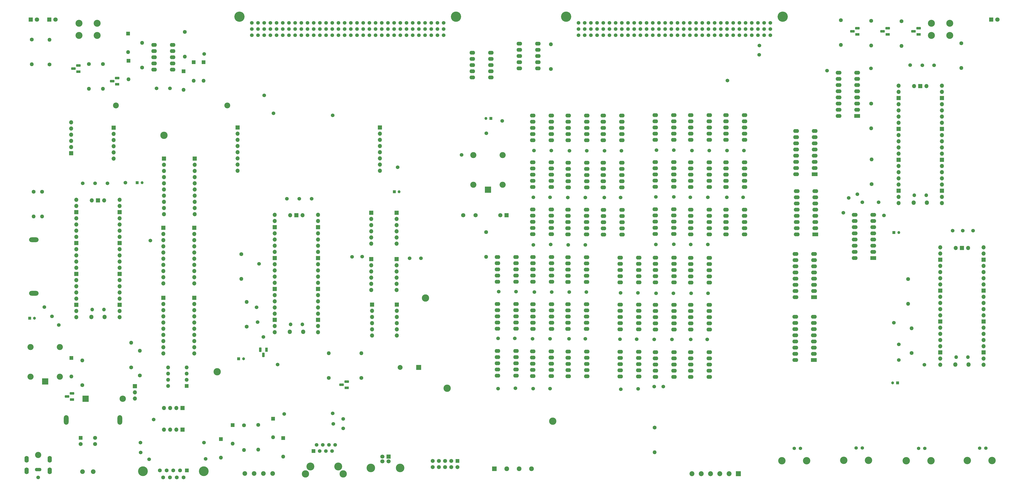
<source format=gbs>
%TF.GenerationSoftware,KiCad,Pcbnew,7.0.5*%
%TF.CreationDate,2024-10-26T20:20:05-04:00*%
%TF.ProjectId,Interconnect,496e7465-7263-46f6-9e6e-6563742e6b69,1.1*%
%TF.SameCoordinates,Original*%
%TF.FileFunction,Soldermask,Bot*%
%TF.FilePolarity,Negative*%
%FSLAX46Y46*%
G04 Gerber Fmt 4.6, Leading zero omitted, Abs format (unit mm)*
G04 Created by KiCad (PCBNEW 7.0.5) date 2024-10-26 20:20:05*
%MOMM*%
%LPD*%
G01*
G04 APERTURE LIST*
G04 Aperture macros list*
%AMRoundRect*
0 Rectangle with rounded corners*
0 $1 Rounding radius*
0 $2 $3 $4 $5 $6 $7 $8 $9 X,Y pos of 4 corners*
0 Add a 4 corners polygon primitive as box body*
4,1,4,$2,$3,$4,$5,$6,$7,$8,$9,$2,$3,0*
0 Add four circle primitives for the rounded corners*
1,1,$1+$1,$2,$3*
1,1,$1+$1,$4,$5*
1,1,$1+$1,$6,$7*
1,1,$1+$1,$8,$9*
0 Add four rect primitives between the rounded corners*
20,1,$1+$1,$2,$3,$4,$5,0*
20,1,$1+$1,$4,$5,$6,$7,0*
20,1,$1+$1,$6,$7,$8,$9,0*
20,1,$1+$1,$8,$9,$2,$3,0*%
G04 Aperture macros list end*
%ADD10R,1.650000X1.650000*%
%ADD11C,1.650000*%
%ADD12C,1.500000*%
%ADD13C,2.400000*%
%ADD14O,2.400000X2.400000*%
%ADD15R,2.400000X1.600000*%
%ADD16O,2.400000X1.600000*%
%ADD17C,1.600000*%
%ADD18O,1.600000X1.600000*%
%ADD19O,2.300000X1.600000*%
%ADD20R,1.700000X1.700000*%
%ADD21O,1.700000X1.700000*%
%ADD22R,1.800000X1.100000*%
%ADD23RoundRect,0.275000X0.625000X-0.275000X0.625000X0.275000X-0.625000X0.275000X-0.625000X-0.275000X0*%
%ADD24R,2.025000X2.025000*%
%ADD25C,2.025000*%
%ADD26R,1.600000X1.600000*%
%ADD27C,3.000000*%
%ADD28R,1.200000X1.200000*%
%ADD29C,1.200000*%
%ADD30C,4.200000*%
%ADD31C,3.250000*%
%ADD32R,1.500000X1.500000*%
%ADD33R,2.500000X2.500000*%
%ADD34O,2.500000X2.500000*%
%ADD35C,4.000000*%
%ADD36O,1.800000X1.800000*%
%ADD37O,1.500000X1.500000*%
%ADD38C,1.905000*%
%ADD39C,1.700000*%
%ADD40C,3.500000*%
%ADD41O,3.900000X1.950000*%
%ADD42C,1.398000*%
%ADD43C,3.015000*%
%ADD44R,1.800000X1.800000*%
%ADD45C,1.800000*%
%ADD46R,2.600000X2.600000*%
%ADD47O,2.600000X2.600000*%
%ADD48C,1.900000*%
%ADD49C,2.850000*%
%ADD50C,2.550000*%
%ADD51O,2.700002X1.400000*%
%ADD52O,1.750000X2.750000*%
%ADD53R,1.950000X1.950000*%
%ADD54C,1.950000*%
%ADD55R,1.725000X1.725000*%
%ADD56C,1.725000*%
%ADD57O,1.950000X3.900000*%
%ADD58R,2.000000X2.000000*%
%ADD59C,2.000000*%
%ADD60R,1.100000X1.800000*%
%ADD61RoundRect,0.275000X0.275000X0.625000X-0.275000X0.625000X-0.275000X-0.625000X0.275000X-0.625000X0*%
G04 APERTURE END LIST*
D10*
%TO.C,J26*%
X179240000Y8282500D03*
D11*
X179240000Y5742500D03*
X176700000Y8282500D03*
X176700000Y5742500D03*
X174160000Y8282500D03*
X174160000Y5742500D03*
X171620000Y8282500D03*
X171620000Y5742500D03*
X169080000Y8282500D03*
X169080000Y5742500D03*
%TD*%
D12*
%TO.C,TP41*%
X370929200Y47824000D03*
%TD*%
D13*
%TO.C,R29*%
X38990000Y154360000D03*
D14*
X84710000Y154360000D03*
%TD*%
D12*
%TO.C,TP28*%
X97153744Y65318121D03*
%TD*%
D15*
%TO.C,U14*%
X343279000Y150071865D03*
D16*
X343279000Y152611865D03*
X343279000Y155151865D03*
X343279000Y157691865D03*
X343279000Y160231865D03*
X343279000Y162771865D03*
X343279000Y165311865D03*
X343279000Y167851865D03*
X335659000Y167851865D03*
X335659000Y165311865D03*
X335659000Y162771865D03*
X335659000Y160231865D03*
X335659000Y157691865D03*
X335659000Y155151865D03*
X335659000Y152611865D03*
X335659000Y150071865D03*
%TD*%
D17*
%TO.C,R35*%
X361552000Y189045865D03*
D18*
X361552000Y178885865D03*
%TD*%
D19*
%TO.C,K25*%
X217788000Y120835105D03*
X217788000Y123375105D03*
X217788000Y125915105D03*
X217788000Y128455105D03*
X217788000Y130995105D03*
X210168000Y130995105D03*
X210168000Y128455105D03*
X210168000Y125915105D03*
X210168000Y123375105D03*
X210168000Y120835105D03*
%TD*%
%TO.C,K38*%
X268103300Y42830105D03*
X268103300Y45370105D03*
X268103300Y47910105D03*
X268103300Y50450105D03*
X268103300Y52990105D03*
X260483300Y52990105D03*
X260483300Y50450105D03*
X260483300Y47910105D03*
X260483300Y45370105D03*
X260483300Y42830105D03*
%TD*%
D20*
%TO.C,J31*%
X38083000Y145230865D03*
D21*
X38083000Y142690865D03*
X38083000Y140150865D03*
X38083000Y137610865D03*
X38083000Y135070865D03*
X38083000Y132530865D03*
%TD*%
D20*
%TO.C,J32*%
X89010000Y145360000D03*
D21*
X89010000Y142820000D03*
X89010000Y140280000D03*
X89010000Y137740000D03*
X89010000Y135200000D03*
X89010000Y132660000D03*
X89010000Y130120000D03*
X89010000Y127580000D03*
%TD*%
D19*
%TO.C,K29*%
X232266000Y101350385D03*
X232266000Y103890385D03*
X232266000Y106430385D03*
X232266000Y108970385D03*
X232266000Y111510385D03*
X224646000Y111510385D03*
X224646000Y108970385D03*
X224646000Y106430385D03*
X224646000Y103890385D03*
X224646000Y101350385D03*
%TD*%
D12*
%TO.C,TP119*%
X260028200Y58185065D03*
%TD*%
D17*
%TO.C,R1*%
X365646000Y52650000D03*
D18*
X365646000Y62810000D03*
%TD*%
D12*
%TO.C,TP72*%
X61210000Y161380000D03*
%TD*%
D22*
%TO.C,Q1*%
X23620000Y168280000D03*
D23*
X21550000Y169550000D03*
X23620000Y170820000D03*
%TD*%
D24*
%TO.C,J20*%
X294510000Y3000000D03*
D25*
X290700000Y3000000D03*
X286890000Y3000000D03*
X283080000Y3000000D03*
X279270000Y3000000D03*
X275460000Y3000000D03*
%TD*%
D17*
%TO.C,R15*%
X217560000Y169400000D03*
D18*
X217560000Y179560000D03*
%TD*%
D12*
%TO.C,TP116*%
X252789200Y58317545D03*
%TD*%
D17*
%TO.C,R2*%
X27960000Y171390000D03*
D18*
X27960000Y161230000D03*
%TD*%
D12*
%TO.C,TP2*%
X195918600Y58596945D03*
%TD*%
D26*
%TO.C,D23*%
X66785000Y168474000D03*
D18*
X66785000Y160854000D03*
%TD*%
D22*
%TO.C,Q24*%
X355835000Y183584865D03*
D23*
X353765000Y184854865D03*
X355835000Y186124865D03*
%TD*%
D12*
%TO.C,TP39*%
X114283000Y116020865D03*
%TD*%
%TO.C,TP106*%
X239505000Y116503465D03*
%TD*%
%TO.C,TP62*%
X282608800Y135878585D03*
%TD*%
D17*
%TO.C,R16*%
X349040000Y155160000D03*
D18*
X349040000Y145000000D03*
%TD*%
D12*
%TO.C,TP49*%
X382507000Y102942000D03*
%TD*%
D27*
%TO.C,TP86*%
X174963600Y38146600D03*
%TD*%
D12*
%TO.C,TP29*%
X12759200Y67686800D03*
%TD*%
D17*
%TO.C,R8*%
X45270000Y46730000D03*
D18*
X45270000Y56890000D03*
%TD*%
D12*
%TO.C,TP10*%
X210295000Y37968105D03*
%TD*%
D19*
%TO.C,K14*%
X282566300Y120841385D03*
X282566300Y123381385D03*
X282566300Y125921385D03*
X282566300Y128461385D03*
X282566300Y131001385D03*
X274946300Y131001385D03*
X274946300Y128461385D03*
X274946300Y125921385D03*
X274946300Y123381385D03*
X274946300Y120841385D03*
%TD*%
D12*
%TO.C,TP75*%
X180958000Y134054865D03*
%TD*%
D28*
%TO.C,C19*%
X89430401Y50234865D03*
D29*
X91430401Y50234865D03*
%TD*%
D12*
%TO.C,TP57*%
X260637800Y97230345D03*
%TD*%
D17*
%TO.C,R28*%
X67290000Y184650000D03*
D18*
X67290000Y174490000D03*
%TD*%
D12*
%TO.C,TP102*%
X232316800Y135739825D03*
%TD*%
%TO.C,TP34*%
X97743000Y89290865D03*
%TD*%
%TO.C,TP50*%
X365082600Y170988600D03*
%TD*%
D26*
%TO.C,D33*%
X107660000Y17680000D03*
D18*
X107660000Y10060000D03*
%TD*%
D12*
%TO.C,TP32*%
X105390000Y47860000D03*
%TD*%
%TO.C,J2*%
X228887800Y188334665D03*
X231427800Y188334665D03*
X233967800Y188334665D03*
X236507800Y188334665D03*
X239047800Y188334665D03*
X241587800Y188334665D03*
X244127800Y188334665D03*
X246667800Y188334665D03*
X249207800Y188334665D03*
X251747800Y188334665D03*
X254287800Y188334665D03*
X256827800Y188334665D03*
X259367800Y188334665D03*
X261907800Y188334665D03*
X264447800Y188334665D03*
X266987800Y188334665D03*
X269527800Y188334665D03*
X272067800Y188334665D03*
X274607800Y188334665D03*
X277147800Y188334665D03*
X279687800Y188334665D03*
X282227800Y188334665D03*
X284767800Y188334665D03*
X287307800Y188334665D03*
X289847800Y188334665D03*
X292387800Y188334665D03*
X294927800Y188334665D03*
X297467800Y188334665D03*
X300007800Y188334665D03*
X302547800Y188334665D03*
X305087800Y188334665D03*
X307627800Y188334665D03*
X228887800Y185794665D03*
X231427800Y185794665D03*
X233967800Y185794665D03*
X236507800Y185794665D03*
X239047800Y185794665D03*
X241587800Y185794665D03*
X244127800Y185794665D03*
X246667800Y185794665D03*
X249207800Y185794665D03*
X251747800Y185794665D03*
X254287800Y185794665D03*
X256827800Y185794665D03*
X259367800Y185794665D03*
X261907800Y185794665D03*
X264447800Y185794665D03*
X266987800Y185794665D03*
X269527800Y185794665D03*
X272067800Y185794665D03*
X274607800Y185794665D03*
X277147800Y185794665D03*
X279687800Y185794665D03*
X282227800Y185794665D03*
X284767800Y185794665D03*
X287307800Y185794665D03*
X289847800Y185794665D03*
X292387800Y185794665D03*
X294927800Y185794665D03*
X297467800Y185794665D03*
X300007800Y185794665D03*
X302547800Y185794665D03*
X305087800Y185794665D03*
X307627800Y185794665D03*
X228887800Y183254665D03*
X231427800Y183254665D03*
X233967800Y183254665D03*
X236507800Y183254665D03*
X239047800Y183254665D03*
X241587800Y183254665D03*
X244127800Y183254665D03*
X246667800Y183254665D03*
X249207800Y183254665D03*
X251747800Y183254665D03*
X254287800Y183254665D03*
X256827800Y183254665D03*
X259367800Y183254665D03*
X261907800Y183254665D03*
X264447800Y183254665D03*
X266987800Y183254665D03*
X269527800Y183254665D03*
X272067800Y183254665D03*
X274607800Y183254665D03*
X277147800Y183254665D03*
X279687800Y183254665D03*
X282227800Y183254665D03*
X284767800Y183254665D03*
X287307800Y183254665D03*
X289847800Y183254665D03*
X292387800Y183254665D03*
X294927800Y183254665D03*
X297467800Y183254665D03*
X300007800Y183254665D03*
X302547800Y183254665D03*
X305087800Y183254665D03*
X307627800Y183254665D03*
D30*
X223807800Y190874665D03*
X312707800Y190874665D03*
%TD*%
D19*
%TO.C,K9*%
X232281000Y43028585D03*
X232281000Y45568585D03*
X232281000Y48108585D03*
X232281000Y50648585D03*
X232281000Y53188585D03*
X224661000Y53188585D03*
X224661000Y50648585D03*
X224661000Y48108585D03*
X224661000Y45568585D03*
X224661000Y43028585D03*
%TD*%
D20*
%TO.C,J12*%
X154308278Y72552120D03*
D21*
X154308278Y70012120D03*
X154308278Y67472120D03*
X154308278Y64932120D03*
X154308278Y62392120D03*
X154308278Y59852120D03*
%TD*%
D12*
%TO.C,TP84*%
X75823482Y9142000D03*
%TD*%
%TO.C,TP40*%
X119363000Y116020865D03*
%TD*%
%TO.C,TP9*%
X210015600Y58464465D03*
%TD*%
D26*
%TO.C,D32*%
X103536000Y25610000D03*
D18*
X103536000Y17990000D03*
%TD*%
D19*
%TO.C,K32*%
X246760600Y101284385D03*
X246760600Y103824385D03*
X246760600Y106364385D03*
X246760600Y108904385D03*
X246760600Y111444385D03*
X239140600Y111444385D03*
X239140600Y108904385D03*
X239140600Y106364385D03*
X239140600Y103824385D03*
X239140600Y101284385D03*
%TD*%
D27*
%TO.C,TP88*%
X58733200Y142083400D03*
%TD*%
D17*
%TO.C,R6*%
X4510000Y181470000D03*
D18*
X4510000Y171310000D03*
%TD*%
D17*
%TO.C,R14*%
X364240000Y83030000D03*
D18*
X364240000Y72870000D03*
%TD*%
D31*
%TO.C,J24*%
X118855000Y5989000D03*
X130285000Y5989000D03*
D32*
X120125000Y12339000D03*
D12*
X121395000Y14879000D03*
X122665000Y12339000D03*
X123935000Y14879000D03*
X125205000Y12339000D03*
X126475000Y14879000D03*
X127745000Y12339000D03*
X129015000Y14879000D03*
D27*
X116800000Y2939000D03*
X132340000Y2939000D03*
%TD*%
D28*
%TO.C,C18*%
X47759000Y122624865D03*
D29*
X49759000Y122624865D03*
%TD*%
D12*
%TO.C,TP19*%
X135960000Y92130000D03*
%TD*%
D28*
%TO.C,C20*%
X153277401Y118920000D03*
D29*
X155277401Y118920000D03*
%TD*%
D12*
%TO.C,TP93*%
X225204800Y135739825D03*
%TD*%
%TO.C,TP127*%
X303132000Y175202865D03*
%TD*%
D33*
%TO.C,K21*%
X191783000Y119800865D03*
D34*
X197783000Y121800865D03*
X197783000Y134000865D03*
X185783000Y134000865D03*
X185783000Y121800865D03*
%TD*%
D19*
%TO.C,K40*%
X282589600Y62248345D03*
X282589600Y64788345D03*
X282589600Y67328345D03*
X282589600Y69868345D03*
X282589600Y72408345D03*
X274969600Y72408345D03*
X274969600Y69868345D03*
X274969600Y67328345D03*
X274969600Y64788345D03*
X274969600Y62248345D03*
%TD*%
D26*
%TO.C,D31*%
X82073000Y17228000D03*
D18*
X82073000Y9608000D03*
%TD*%
D12*
%TO.C,TP130*%
X354313000Y109162865D03*
%TD*%
D19*
%TO.C,K36*%
X268103300Y81666585D03*
X268103300Y84206585D03*
X268103300Y86746585D03*
X268103300Y89286585D03*
X268103300Y91826585D03*
X260483300Y91826585D03*
X260483300Y89286585D03*
X260483300Y86746585D03*
X260483300Y84206585D03*
X260483300Y81666585D03*
%TD*%
D26*
%TO.C,D1*%
X20760200Y50567200D03*
D18*
X20760200Y42947200D03*
%TD*%
D12*
%TO.C,TP30*%
X96757000Y71443865D03*
%TD*%
%TO.C,J1*%
X94852000Y188334665D03*
X97392000Y188334665D03*
X99932000Y188334665D03*
X102472000Y188334665D03*
X105012000Y188334665D03*
X107552000Y188334665D03*
X110092000Y188334665D03*
X112632000Y188334665D03*
X115172000Y188334665D03*
X117712000Y188334665D03*
X120252000Y188334665D03*
X122792000Y188334665D03*
X125332000Y188334665D03*
X127872000Y188334665D03*
X130412000Y188334665D03*
X132952000Y188334665D03*
X135492000Y188334665D03*
X138032000Y188334665D03*
X140572000Y188334665D03*
X143112000Y188334665D03*
X145652000Y188334665D03*
X148192000Y188334665D03*
X150732000Y188334665D03*
X153272000Y188334665D03*
X155812000Y188334665D03*
X158352000Y188334665D03*
X160892000Y188334665D03*
X163432000Y188334665D03*
X165972000Y188334665D03*
X168512000Y188334665D03*
X171052000Y188334665D03*
X173592000Y188334665D03*
X94852000Y185794665D03*
X97392000Y185794665D03*
X99932000Y185794665D03*
X102472000Y185794665D03*
X105012000Y185794665D03*
X107552000Y185794665D03*
X110092000Y185794665D03*
X112632000Y185794665D03*
X115172000Y185794665D03*
X117712000Y185794665D03*
X120252000Y185794665D03*
X122792000Y185794665D03*
X125332000Y185794665D03*
X127872000Y185794665D03*
X130412000Y185794665D03*
X132952000Y185794665D03*
X135492000Y185794665D03*
X138032000Y185794665D03*
X140572000Y185794665D03*
X143112000Y185794665D03*
X145652000Y185794665D03*
X148192000Y185794665D03*
X150732000Y185794665D03*
X153272000Y185794665D03*
X155812000Y185794665D03*
X158352000Y185794665D03*
X160892000Y185794665D03*
X163432000Y185794665D03*
X165972000Y185794665D03*
X168512000Y185794665D03*
X171052000Y185794665D03*
X173592000Y185794665D03*
X94852000Y183254665D03*
X97392000Y183254665D03*
X99932000Y183254665D03*
X102472000Y183254665D03*
X105012000Y183254665D03*
X107552000Y183254665D03*
X110092000Y183254665D03*
X112632000Y183254665D03*
X115172000Y183254665D03*
X117712000Y183254665D03*
X120252000Y183254665D03*
X122792000Y183254665D03*
X125332000Y183254665D03*
X127872000Y183254665D03*
X130412000Y183254665D03*
X132952000Y183254665D03*
X135492000Y183254665D03*
X138032000Y183254665D03*
X140572000Y183254665D03*
X143112000Y183254665D03*
X145652000Y183254665D03*
X148192000Y183254665D03*
X150732000Y183254665D03*
X153272000Y183254665D03*
X155812000Y183254665D03*
X158352000Y183254665D03*
X160892000Y183254665D03*
X163432000Y183254665D03*
X165972000Y183254665D03*
X168512000Y183254665D03*
X171052000Y183254665D03*
X173592000Y183254665D03*
D30*
X89772000Y190874665D03*
X178672000Y190874665D03*
%TD*%
D12*
%TO.C,TP76*%
X140110000Y92280000D03*
%TD*%
D26*
%TO.C,D19*%
X44179000Y172789865D03*
D18*
X44179000Y165169865D03*
%TD*%
D12*
%TO.C,TP25*%
X164260000Y91530000D03*
%TD*%
%TO.C,TP27*%
X15527800Y64156200D03*
%TD*%
D20*
%TO.C,J14*%
X154275778Y91221120D03*
D21*
X154275778Y88681120D03*
X154275778Y86141120D03*
X154275778Y83601120D03*
X154275778Y81061120D03*
X154275778Y78521120D03*
%TD*%
D12*
%TO.C,TP91*%
X210345800Y97091585D03*
%TD*%
%TO.C,TP43*%
X360409000Y49729000D03*
%TD*%
D20*
%TO.C,J6*%
X71149000Y75297365D03*
D21*
X71149000Y72757365D03*
X71149000Y70217365D03*
X71149000Y67677365D03*
X71149000Y65137365D03*
X71149000Y62597365D03*
X71149000Y60057365D03*
X71149000Y57517365D03*
X71149000Y54977365D03*
X71149000Y52437365D03*
%TD*%
D22*
%TO.C,Q22*%
X368535000Y183584865D03*
D23*
X366465000Y184854865D03*
X368535000Y186124865D03*
%TD*%
D19*
%TO.C,K4*%
X217796300Y81915585D03*
X217796300Y84455585D03*
X217796300Y86995585D03*
X217796300Y89535585D03*
X217796300Y92075585D03*
X210176300Y92075585D03*
X210176300Y89535585D03*
X210176300Y86995585D03*
X210176300Y84455585D03*
X210176300Y81915585D03*
%TD*%
D35*
%TO.C,J28*%
X50091000Y4052331D03*
X75091000Y4052331D03*
D26*
X68131000Y4352331D03*
D17*
X65361000Y4352331D03*
X62591000Y4352331D03*
X59821000Y4352331D03*
X57051000Y4352331D03*
X66746000Y1512331D03*
X63976000Y1512331D03*
X61206000Y1512331D03*
X58436000Y1512331D03*
%TD*%
D12*
%TO.C,TP118*%
X267902200Y77209665D03*
%TD*%
%TO.C,TP58*%
X275496800Y135878585D03*
%TD*%
D17*
%TO.C,R4*%
X260143000Y21930865D03*
D18*
X260143000Y11770865D03*
%TD*%
D17*
%TO.C,R10*%
X92693000Y63442865D03*
D18*
X92693000Y73602865D03*
%TD*%
D20*
%TO.C,J34*%
X66353000Y30035000D03*
D21*
X63813000Y30035000D03*
X61273000Y30035000D03*
X58733000Y30035000D03*
%TD*%
D17*
%TO.C,R18*%
X386037600Y179954800D03*
D18*
X386037600Y169794800D03*
%TD*%
D19*
%TO.C,K6*%
X217788000Y43145105D03*
X217788000Y45685105D03*
X217788000Y48225105D03*
X217788000Y50765105D03*
X217788000Y53305105D03*
X210168000Y53305105D03*
X210168000Y50765105D03*
X210168000Y48225105D03*
X210168000Y45685105D03*
X210168000Y43145105D03*
%TD*%
D12*
%TO.C,TP128*%
X348979000Y169617000D03*
%TD*%
D19*
%TO.C,K7*%
X232266000Y81857865D03*
X232266000Y84397865D03*
X232266000Y86937865D03*
X232266000Y89477865D03*
X232266000Y92017865D03*
X224646000Y92017865D03*
X224646000Y89477865D03*
X224646000Y86937865D03*
X224646000Y84397865D03*
X224646000Y81857865D03*
%TD*%
D12*
%TO.C,TP94*%
X75154000Y15790000D03*
%TD*%
D19*
%TO.C,K20*%
X212264500Y169619865D03*
X212264500Y172159865D03*
X212264500Y174699865D03*
X212264500Y177239865D03*
X212264500Y179779865D03*
X204644500Y179779865D03*
X204644500Y177239865D03*
X204644500Y174699865D03*
X204644500Y172159865D03*
X204644500Y169619865D03*
%TD*%
D36*
%TO.C,U2*%
X34402200Y67468865D03*
D37*
X34102200Y70498865D03*
X29252200Y70498865D03*
D36*
X28952200Y67468865D03*
D21*
X40567200Y67338865D03*
X40567200Y69878865D03*
D20*
X40567200Y72418865D03*
D21*
X40567200Y74958865D03*
X40567200Y77498865D03*
X40567200Y80038865D03*
X40567200Y82578865D03*
D20*
X40567200Y85118865D03*
D21*
X40567200Y87658865D03*
X40567200Y90198865D03*
X40567200Y92738865D03*
X40567200Y95278865D03*
D20*
X40567200Y97818865D03*
D21*
X40567200Y100358865D03*
X40567200Y102898865D03*
X40567200Y105438865D03*
X40567200Y107978865D03*
D20*
X40567200Y110518865D03*
D21*
X40567200Y113058865D03*
X40567200Y115598865D03*
X22787200Y115598865D03*
X22787200Y113058865D03*
D20*
X22787200Y110518865D03*
D21*
X22787200Y107978865D03*
X22787200Y105438865D03*
X22787200Y102898865D03*
X22787200Y100358865D03*
D20*
X22787200Y97818865D03*
D21*
X22787200Y95278865D03*
X22787200Y92738865D03*
X22787200Y90198865D03*
X22787200Y87658865D03*
D20*
X22787200Y85118865D03*
D21*
X22787200Y82578865D03*
X22787200Y80038865D03*
X22787200Y77498865D03*
X22787200Y74958865D03*
D20*
X22787200Y72418865D03*
D21*
X22787200Y69878865D03*
X22787200Y67338865D03*
X34217200Y115368865D03*
D20*
X31677200Y115368865D03*
D21*
X29137200Y115368865D03*
%TD*%
D17*
%TO.C,R31*%
X336660000Y189426865D03*
D18*
X336660000Y179266865D03*
%TD*%
D12*
%TO.C,TP13*%
X217254600Y58464465D03*
%TD*%
D19*
%TO.C,K28*%
X232274300Y120702625D03*
X232274300Y123242625D03*
X232274300Y125782625D03*
X232274300Y128322625D03*
X232274300Y130862625D03*
X224654300Y130862625D03*
X224654300Y128322625D03*
X224654300Y125782625D03*
X224654300Y123242625D03*
X224654300Y120702625D03*
%TD*%
%TO.C,K2*%
X203310000Y62629825D03*
X203310000Y65169825D03*
X203310000Y67709825D03*
X203310000Y70249825D03*
X203310000Y72789825D03*
X195690000Y72789825D03*
X195690000Y70249825D03*
X195690000Y67709825D03*
X195690000Y65169825D03*
X195690000Y62629825D03*
%TD*%
D26*
%TO.C,D20*%
X44020000Y183950000D03*
D18*
X44020000Y176330000D03*
%TD*%
D12*
%TO.C,TP3*%
X195944000Y37973585D03*
%TD*%
%TO.C,TP131*%
X337676000Y110305865D03*
%TD*%
D20*
%TO.C,J15*%
X143856022Y110242865D03*
D21*
X143856022Y107702865D03*
X143856022Y105162865D03*
X143856022Y102622865D03*
X143856022Y100082865D03*
X143856022Y97542865D03*
%TD*%
D12*
%TO.C,TP99*%
X217457800Y97218585D03*
%TD*%
D17*
%TO.C,R7*%
X25250000Y39420000D03*
D18*
X25250000Y49580000D03*
%TD*%
D12*
%TO.C,TP48*%
X339835000Y116401865D03*
%TD*%
%TO.C,TP15*%
X232113600Y77692265D03*
%TD*%
%TO.C,TP80*%
X132336480Y25533020D03*
%TD*%
%TO.C,TP98*%
X49139000Y11718331D03*
%TD*%
D19*
%TO.C,K16*%
X297052600Y140259625D03*
X297052600Y142799625D03*
X297052600Y145339625D03*
X297052600Y147879625D03*
X297052600Y150419625D03*
X289432600Y150419625D03*
X289432600Y147879625D03*
X289432600Y145339625D03*
X289432600Y142799625D03*
X289432600Y140259625D03*
%TD*%
D12*
%TO.C,TP60*%
X268080000Y116774705D03*
%TD*%
D19*
%TO.C,K5*%
X217796300Y62497345D03*
X217796300Y65037345D03*
X217796300Y67577345D03*
X217796300Y70117345D03*
X217796300Y72657345D03*
X210176300Y72657345D03*
X210176300Y70117345D03*
X210176300Y67577345D03*
X210176300Y65037345D03*
X210176300Y62497345D03*
%TD*%
D17*
%TO.C,R5*%
X33700000Y171390000D03*
D18*
X33700000Y161230000D03*
%TD*%
D22*
%TO.C,Q19*%
X343410000Y183584865D03*
D23*
X341340000Y184854865D03*
X343410000Y186124865D03*
%TD*%
D17*
%TO.C,R3*%
X126400000Y42400000D03*
D18*
X126400000Y52560000D03*
%TD*%
D19*
%TO.C,K12*%
X268080000Y101555625D03*
X268080000Y104095625D03*
X268080000Y106635625D03*
X268080000Y109175625D03*
X268080000Y111715625D03*
X260460000Y111715625D03*
X260460000Y109175625D03*
X260460000Y106635625D03*
X260460000Y104095625D03*
X260460000Y101555625D03*
%TD*%
%TO.C,K22*%
X192960500Y165936865D03*
X192960500Y168476865D03*
X192960500Y171016865D03*
X192960500Y173556865D03*
X192960500Y176096865D03*
X185340500Y176096865D03*
X185340500Y173556865D03*
X185340500Y171016865D03*
X185340500Y168476865D03*
X185340500Y165936865D03*
%TD*%
D12*
%TO.C,TP37*%
X109203000Y116020865D03*
%TD*%
%TO.C,TP104*%
X224696800Y97086105D03*
%TD*%
D28*
%TO.C,C17*%
X192910000Y149030000D03*
D29*
X190910000Y149030000D03*
%TD*%
D12*
%TO.C,TP5*%
X203284600Y77824745D03*
%TD*%
%TO.C,TP65*%
X289847800Y135883665D03*
%TD*%
D19*
%TO.C,K3*%
X203310000Y43302105D03*
X203310000Y45842105D03*
X203310000Y48382105D03*
X203310000Y50922105D03*
X203310000Y53462105D03*
X195690000Y53462105D03*
X195690000Y50922105D03*
X195690000Y48382105D03*
X195690000Y45842105D03*
X195690000Y43302105D03*
%TD*%
D12*
%TO.C,TP18*%
X127999000Y150310865D03*
%TD*%
%TO.C,TP92*%
X49060000Y15780000D03*
%TD*%
%TO.C,TP100*%
X154690000Y129010000D03*
%TD*%
%TO.C,TP123*%
X267267200Y58185065D03*
%TD*%
D15*
%TO.C,U15*%
X349883000Y91651865D03*
D16*
X349883000Y94191865D03*
X349883000Y96731865D03*
X349883000Y99271865D03*
X349883000Y101811865D03*
X349883000Y104351865D03*
X349883000Y106891865D03*
X349883000Y109431865D03*
X342263000Y109431865D03*
X342263000Y106891865D03*
X342263000Y104351865D03*
X342263000Y101811865D03*
X342263000Y99271865D03*
X342263000Y96731865D03*
X342263000Y94191865D03*
X342263000Y91651865D03*
%TD*%
D12*
%TO.C,TP129*%
X330945000Y168725865D03*
%TD*%
%TO.C,TP83*%
X75294000Y175586000D03*
%TD*%
D20*
%TO.C,J9*%
X58784000Y132530865D03*
D21*
X58784000Y129990865D03*
X58784000Y127450865D03*
X58784000Y124910865D03*
X58784000Y122370865D03*
X58784000Y119830865D03*
X58784000Y117290865D03*
X58784000Y114750865D03*
X58784000Y112210865D03*
X58784000Y109670865D03*
%TD*%
D38*
%TO.C,J23*%
X91897000Y3047000D03*
X95707000Y3047000D03*
X99517000Y3047000D03*
X103327000Y3047000D03*
%TD*%
D19*
%TO.C,K19*%
X62277500Y169111865D03*
X62277500Y171651865D03*
X62277500Y174191865D03*
X62277500Y176731865D03*
X62277500Y179271865D03*
X54657500Y179271865D03*
X54657500Y176731865D03*
X54657500Y174191865D03*
X54657500Y171651865D03*
X54657500Y169111865D03*
%TD*%
D12*
%TO.C,TP96*%
X217280000Y116635945D03*
%TD*%
D17*
%TO.C,R11*%
X90460000Y93287865D03*
D18*
X90460000Y83127865D03*
%TD*%
D19*
%TO.C,K1*%
X203310000Y81915585D03*
X203310000Y84455585D03*
X203310000Y86995585D03*
X203310000Y89535585D03*
X203310000Y92075585D03*
X195690000Y92075585D03*
X195690000Y89535585D03*
X195690000Y86995585D03*
X195690000Y84455585D03*
X195690000Y81915585D03*
%TD*%
D17*
%TO.C,R69*%
X11794000Y171265865D03*
D18*
X11794000Y181425865D03*
%TD*%
D12*
%TO.C,TP26*%
X99551000Y59251865D03*
%TD*%
D19*
%TO.C,K39*%
X282573000Y81608865D03*
X282573000Y84148865D03*
X282573000Y86688865D03*
X282573000Y89228865D03*
X282573000Y91768865D03*
X274953000Y91768865D03*
X274953000Y89228865D03*
X274953000Y86688865D03*
X274953000Y84148865D03*
X274953000Y81608865D03*
%TD*%
D20*
%TO.C,J33*%
X147430000Y145360000D03*
D21*
X147430000Y142820000D03*
X147430000Y140280000D03*
X147430000Y137740000D03*
X147430000Y135200000D03*
X147430000Y132660000D03*
X147430000Y130120000D03*
X147430000Y127580000D03*
%TD*%
D12*
%TO.C,TP78*%
X132336480Y21596020D03*
%TD*%
D20*
%TO.C,J25*%
X150940000Y10047500D03*
D39*
X148440000Y10047500D03*
X148440000Y8047500D03*
X150940000Y8047500D03*
D40*
X155710000Y5337500D03*
X143670000Y5337500D03*
%TD*%
D12*
%TO.C,TP66*%
X289797000Y116642225D03*
%TD*%
D19*
%TO.C,K37*%
X268103300Y62248345D03*
X268103300Y64788345D03*
X268103300Y67328345D03*
X268103300Y69868345D03*
X268103300Y72408345D03*
X260483300Y72408345D03*
X260483300Y69868345D03*
X260483300Y67328345D03*
X260483300Y64788345D03*
X260483300Y62248345D03*
%TD*%
D41*
%TO.C,F2*%
X5291600Y77157400D03*
X5291600Y99157400D03*
%TD*%
D19*
%TO.C,K35*%
X253617000Y43000865D03*
X253617000Y45540865D03*
X253617000Y48080865D03*
X253617000Y50620865D03*
X253617000Y53160865D03*
X245997000Y53160865D03*
X245997000Y50620865D03*
X245997000Y48080865D03*
X245997000Y45540865D03*
X245997000Y43000865D03*
%TD*%
D12*
%TO.C,TP122*%
X275014200Y58185065D03*
%TD*%
D19*
%TO.C,K30*%
X246744000Y140063145D03*
X246744000Y142603145D03*
X246744000Y145143145D03*
X246744000Y147683145D03*
X246744000Y150223145D03*
X239124000Y150223145D03*
X239124000Y147683145D03*
X239124000Y145143145D03*
X239124000Y142603145D03*
X239124000Y140063145D03*
%TD*%
%TO.C,K24*%
X217788000Y140120865D03*
X217788000Y142660865D03*
X217788000Y145200865D03*
X217788000Y147740865D03*
X217788000Y150280865D03*
X210168000Y150280865D03*
X210168000Y147740865D03*
X210168000Y145200865D03*
X210168000Y142660865D03*
X210168000Y140120865D03*
%TD*%
D12*
%TO.C,TP89*%
X210599800Y135872305D03*
%TD*%
%TO.C,TP6*%
X202776600Y58596945D03*
%TD*%
D42*
%TO.C,J19*%
X368540000Y13450000D03*
X371080000Y13450000D03*
D43*
X363460000Y8370000D03*
X373620000Y8370000D03*
%TD*%
D20*
%TO.C,J10*%
X71359000Y132530865D03*
D21*
X71359000Y129990865D03*
X71359000Y127450865D03*
X71359000Y124910865D03*
X71359000Y122370865D03*
X71359000Y119830865D03*
X71359000Y117290865D03*
X71359000Y114750865D03*
X71359000Y112210865D03*
X71359000Y109670865D03*
%TD*%
D19*
%TO.C,K34*%
X253617000Y62380825D03*
X253617000Y64920825D03*
X253617000Y67460825D03*
X253617000Y70000825D03*
X253617000Y72540825D03*
X245997000Y72540825D03*
X245997000Y70000825D03*
X245997000Y67460825D03*
X245997000Y64920825D03*
X245997000Y62380825D03*
%TD*%
D12*
%TO.C,TP46*%
X343391000Y117928000D03*
%TD*%
D19*
%TO.C,K31*%
X246744000Y120714385D03*
X246744000Y123254385D03*
X246744000Y125794385D03*
X246744000Y128334385D03*
X246744000Y130874385D03*
X239124000Y130874385D03*
X239124000Y128334385D03*
X239124000Y125794385D03*
X239124000Y123254385D03*
X239124000Y120714385D03*
%TD*%
D12*
%TO.C,TP74*%
X191118000Y142944865D03*
%TD*%
%TO.C,TP7*%
X203056000Y38100585D03*
%TD*%
D44*
%TO.C,D37*%
X398383000Y189680865D03*
D45*
X400923000Y189680865D03*
%TD*%
D12*
%TO.C,TP55*%
X260891800Y136011065D03*
%TD*%
D20*
%TO.C,J5*%
X58449000Y75297365D03*
D21*
X58449000Y72757365D03*
X58449000Y70217365D03*
X58449000Y67677365D03*
X58449000Y65137365D03*
X58449000Y62597365D03*
X58449000Y60057365D03*
X58449000Y57517365D03*
X58449000Y54977365D03*
X58449000Y52437365D03*
%TD*%
D12*
%TO.C,TP4*%
X210777600Y77692265D03*
%TD*%
D19*
%TO.C,K11*%
X268080000Y120973865D03*
X268080000Y123513865D03*
X268080000Y126053865D03*
X268080000Y128593865D03*
X268080000Y131133865D03*
X260460000Y131133865D03*
X260460000Y128593865D03*
X260460000Y126053865D03*
X260460000Y123513865D03*
X260460000Y120973865D03*
%TD*%
D28*
%TO.C,C16*%
X3588400Y66924800D03*
D29*
X5588400Y66924800D03*
%TD*%
D12*
%TO.C,TP35*%
X25383000Y122370865D03*
%TD*%
%TO.C,TP111*%
X246185200Y77342145D03*
%TD*%
D44*
%TO.C,D35*%
X4042000Y189680865D03*
D45*
X6582000Y189680865D03*
%TD*%
D22*
%TO.C,Q5*%
X21007800Y33473000D03*
D23*
X18937800Y34743000D03*
X21007800Y36013000D03*
%TD*%
D46*
%TO.C,D34*%
X26560000Y33800000D03*
D47*
X41800000Y33800000D03*
%TD*%
D12*
%TO.C,TP68*%
X281973800Y97224865D03*
%TD*%
D42*
%TO.C,J18*%
X342880000Y13600000D03*
X345420000Y13600000D03*
D43*
X337800000Y8520000D03*
X347960000Y8520000D03*
%TD*%
D17*
%TO.C,R67*%
X97440000Y23070000D03*
D18*
X97440000Y12910000D03*
%TD*%
D12*
%TO.C,TP126*%
X281745200Y58185065D03*
%TD*%
D17*
%TO.C,R9*%
X48810000Y43360000D03*
D18*
X48810000Y53520000D03*
%TD*%
D12*
%TO.C,TP56*%
X260714000Y116774705D03*
%TD*%
D17*
%TO.C,R66*%
X91598000Y22943000D03*
D18*
X91598000Y12783000D03*
%TD*%
D12*
%TO.C,TP70*%
X296528000Y116642225D03*
%TD*%
D44*
%TO.C,D36*%
X11662000Y189680865D03*
D45*
X14202000Y189680865D03*
%TD*%
D48*
%TO.C,S1*%
X29730000Y3820000D03*
X25330000Y3820000D03*
D10*
X24580000Y17720000D03*
D11*
X24580000Y15220000D03*
X30480000Y17720000D03*
X30480000Y15220000D03*
%TD*%
D42*
%TO.C,J21*%
X317450000Y13460000D03*
X319990000Y13460000D03*
D43*
X312370000Y8380000D03*
X322530000Y8380000D03*
%TD*%
D12*
%TO.C,TP59*%
X268003800Y136011065D03*
%TD*%
%TO.C,TP31*%
X42909000Y122624865D03*
%TD*%
%TO.C,TP114*%
X260790200Y77209665D03*
%TD*%
%TO.C,TP38*%
X35543000Y122370865D03*
%TD*%
D49*
%TO.C,J4*%
X31352000Y188180000D03*
X23862000Y188180000D03*
X23862000Y183180000D03*
X31352000Y183180000D03*
%TD*%
D12*
%TO.C,TP44*%
X345423000Y114626000D03*
%TD*%
D28*
%TO.C,C1*%
X358377000Y102180000D03*
D29*
X360377000Y102180000D03*
%TD*%
D19*
%TO.C,K13*%
X282566300Y140259625D03*
X282566300Y142799625D03*
X282566300Y145339625D03*
X282566300Y147879625D03*
X282566300Y150419625D03*
X274946300Y150419625D03*
X274946300Y147879625D03*
X274946300Y145339625D03*
X274946300Y142799625D03*
X274946300Y140259625D03*
%TD*%
D12*
%TO.C,TP108*%
X231681800Y97086105D03*
%TD*%
D20*
%TO.C,J7*%
X58471500Y104073865D03*
D21*
X58471500Y101533865D03*
X58471500Y98993865D03*
X58471500Y96453865D03*
X58471500Y93913865D03*
X58471500Y91373865D03*
X58471500Y88833865D03*
X58471500Y86293865D03*
X58471500Y83753865D03*
X58471500Y81213865D03*
%TD*%
D27*
%TO.C,TP101*%
X166073600Y75256000D03*
%TD*%
D12*
%TO.C,J27*%
X7070000Y1450000D03*
D50*
X7070000Y10700000D03*
D51*
X7070000Y4700000D03*
D52*
X2320000Y4200000D03*
X11820000Y4200000D03*
X2320000Y8900000D03*
X11820000Y8900000D03*
%TD*%
D12*
%TO.C,TP33*%
X9660400Y71471400D03*
%TD*%
D17*
%TO.C,R27*%
X49767000Y169995865D03*
D18*
X49767000Y180155865D03*
%TD*%
D33*
%TO.C,K42*%
X9990600Y40915200D03*
D34*
X15990600Y42915200D03*
X15990600Y55115200D03*
X3990600Y55115200D03*
X3990600Y42915200D03*
%TD*%
D36*
%TO.C,U4*%
X371947400Y114426600D03*
D37*
X371647400Y117456600D03*
X366797400Y117456600D03*
D36*
X366497400Y114426600D03*
D21*
X378112400Y114296600D03*
X378112400Y116836600D03*
D20*
X378112400Y119376600D03*
D21*
X378112400Y121916600D03*
X378112400Y124456600D03*
X378112400Y126996600D03*
X378112400Y129536600D03*
D20*
X378112400Y132076600D03*
D21*
X378112400Y134616600D03*
X378112400Y137156600D03*
X378112400Y139696600D03*
X378112400Y142236600D03*
D20*
X378112400Y144776600D03*
D21*
X378112400Y147316600D03*
X378112400Y149856600D03*
X378112400Y152396600D03*
X378112400Y154936600D03*
D20*
X378112400Y157476600D03*
D21*
X378112400Y160016600D03*
X378112400Y162556600D03*
X360332400Y162556600D03*
X360332400Y160016600D03*
D20*
X360332400Y157476600D03*
D21*
X360332400Y154936600D03*
X360332400Y152396600D03*
X360332400Y149856600D03*
X360332400Y147316600D03*
D20*
X360332400Y144776600D03*
D21*
X360332400Y142236600D03*
X360332400Y139696600D03*
X360332400Y137156600D03*
X360332400Y134616600D03*
D20*
X360332400Y132076600D03*
D21*
X360332400Y129536600D03*
X360332400Y126996600D03*
X360332400Y124456600D03*
X360332400Y121916600D03*
D20*
X360332400Y119376600D03*
D21*
X360332400Y116836600D03*
X360332400Y114296600D03*
X371762400Y162326600D03*
D20*
X369222400Y162326600D03*
D21*
X366682400Y162326600D03*
%TD*%
D12*
%TO.C,TP103*%
X224519000Y116503465D03*
%TD*%
%TO.C,TP17*%
X99870000Y158550000D03*
%TD*%
%TO.C,TP110*%
X246236000Y116503465D03*
%TD*%
%TO.C,TP85*%
X52663482Y8952000D03*
%TD*%
%TO.C,TP77*%
X159578278Y91539120D03*
%TD*%
%TO.C,TP54*%
X374861600Y170861600D03*
%TD*%
%TO.C,TP1*%
X196172600Y77824745D03*
%TD*%
D17*
%TO.C,R12*%
X8669800Y118893200D03*
D18*
X8669800Y108733200D03*
%TD*%
D12*
%TO.C,TP53*%
X390889000Y102942000D03*
%TD*%
%TO.C,TP11*%
X225128600Y77697345D03*
%TD*%
%TO.C,TP20*%
X303180000Y178990000D03*
%TD*%
D20*
%TO.C,J13*%
X143861778Y91221120D03*
D21*
X143861778Y88681120D03*
X143861778Y86141120D03*
X143861778Y83601120D03*
X143861778Y81061120D03*
X143861778Y78521120D03*
%TD*%
D26*
%TO.C,U12*%
X68045000Y39068865D03*
D18*
X68045000Y41608865D03*
X68045000Y44148865D03*
X68045000Y46688865D03*
X60425000Y46688865D03*
X60425000Y44148865D03*
X60425000Y41608865D03*
X60425000Y39068865D03*
%TD*%
D53*
%TO.C,J17*%
X194340000Y5060000D03*
D54*
X199420000Y5060000D03*
X204500000Y5060000D03*
X209580000Y5060000D03*
%TD*%
D12*
%TO.C,TP79*%
X108070000Y27560000D03*
%TD*%
D55*
%TO.C,K23*%
X199373000Y109289865D03*
D56*
X196833000Y109289865D03*
X186673000Y109289865D03*
X181593000Y109289865D03*
%TD*%
D19*
%TO.C,K33*%
X253617000Y81666585D03*
X253617000Y84206585D03*
X253617000Y86746585D03*
X253617000Y89286585D03*
X253617000Y91826585D03*
X245997000Y91826585D03*
X245997000Y89286585D03*
X245997000Y86746585D03*
X245997000Y84206585D03*
X245997000Y81666585D03*
%TD*%
D12*
%TO.C,TP36*%
X30463000Y122370865D03*
%TD*%
%TO.C,TP82*%
X127960480Y27842020D03*
%TD*%
D20*
%TO.C,J16*%
X154270022Y110242865D03*
D21*
X154270022Y107702865D03*
X154270022Y105162865D03*
X154270022Y102622865D03*
X154270022Y100082865D03*
X154270022Y97542865D03*
%TD*%
D27*
%TO.C,TP87*%
X80577200Y44903000D03*
%TD*%
D12*
%TO.C,TP14*%
X217280000Y37968105D03*
%TD*%
D19*
%TO.C,K27*%
X232274300Y140120865D03*
X232274300Y142660865D03*
X232274300Y145200865D03*
X232274300Y147740865D03*
X232274300Y150280865D03*
X224654300Y150280865D03*
X224654300Y147740865D03*
X224654300Y145200865D03*
X224654300Y142660865D03*
X224654300Y140120865D03*
%TD*%
D20*
%TO.C,J8*%
X71171500Y104078865D03*
D21*
X71171500Y101538865D03*
X71171500Y98998865D03*
X71171500Y96458865D03*
X71171500Y93918865D03*
X71171500Y91378865D03*
X71171500Y88838865D03*
X71171500Y86298865D03*
X71171500Y83758865D03*
X71171500Y81218865D03*
%TD*%
D17*
%TO.C,R13*%
X5266200Y118893200D03*
D18*
X5266200Y108733200D03*
%TD*%
D12*
%TO.C,TP21*%
X53150000Y98830000D03*
%TD*%
D36*
%TO.C,U3*%
X389067000Y47904000D03*
D37*
X388767000Y50934000D03*
X383917000Y50934000D03*
D36*
X383617000Y47904000D03*
D21*
X395232000Y47774000D03*
X395232000Y50314000D03*
D20*
X395232000Y52854000D03*
D21*
X395232000Y55394000D03*
X395232000Y57934000D03*
X395232000Y60474000D03*
X395232000Y63014000D03*
D20*
X395232000Y65554000D03*
D21*
X395232000Y68094000D03*
X395232000Y70634000D03*
X395232000Y73174000D03*
X395232000Y75714000D03*
D20*
X395232000Y78254000D03*
D21*
X395232000Y80794000D03*
X395232000Y83334000D03*
X395232000Y85874000D03*
X395232000Y88414000D03*
D20*
X395232000Y90954000D03*
D21*
X395232000Y93494000D03*
X395232000Y96034000D03*
X377452000Y96034000D03*
X377452000Y93494000D03*
D20*
X377452000Y90954000D03*
D21*
X377452000Y88414000D03*
X377452000Y85874000D03*
X377452000Y83334000D03*
X377452000Y80794000D03*
D20*
X377452000Y78254000D03*
D21*
X377452000Y75714000D03*
X377452000Y73174000D03*
X377452000Y70634000D03*
X377452000Y68094000D03*
D20*
X377452000Y65554000D03*
D21*
X377452000Y63014000D03*
X377452000Y60474000D03*
X377452000Y57934000D03*
X377452000Y55394000D03*
D20*
X377452000Y52854000D03*
D21*
X377452000Y50314000D03*
X377452000Y47774000D03*
X388882000Y95804000D03*
D20*
X386342000Y95804000D03*
D21*
X383802000Y95804000D03*
%TD*%
D27*
%TO.C,TP22*%
X218310000Y24630000D03*
%TD*%
D26*
%TO.C,D22*%
X75040000Y172154865D03*
D18*
X75040000Y164534865D03*
%TD*%
D12*
%TO.C,TP69*%
X296832800Y135878585D03*
%TD*%
D17*
%TO.C,R17*%
X349240000Y122040000D03*
D18*
X349240000Y132200000D03*
%TD*%
D12*
%TO.C,TP105*%
X239555800Y135744905D03*
%TD*%
D57*
%TO.C,F1*%
X40630000Y25076750D03*
X18630000Y25076750D03*
%TD*%
D20*
%TO.C,J30*%
X20644400Y134707715D03*
D21*
X20644400Y137247715D03*
X20644400Y139787715D03*
X20644400Y142327715D03*
X20644400Y144867715D03*
X20644400Y147407715D03*
%TD*%
D15*
%TO.C,U13*%
X325499000Y49741865D03*
D16*
X325499000Y52281865D03*
X325499000Y54821865D03*
X325499000Y57361865D03*
X325499000Y59901865D03*
X325499000Y62441865D03*
X325499000Y64981865D03*
X325499000Y67521865D03*
X317879000Y67521865D03*
X317879000Y64981865D03*
X317879000Y62441865D03*
X317879000Y59901865D03*
X317879000Y57361865D03*
X317879000Y54821865D03*
X317879000Y52281865D03*
X317879000Y49741865D03*
%TD*%
D15*
%TO.C,U18*%
X325880000Y126068865D03*
D16*
X325880000Y128608865D03*
X325880000Y131148865D03*
X325880000Y133688865D03*
X325880000Y136228865D03*
X325880000Y138768865D03*
X325880000Y141308865D03*
X325880000Y143848865D03*
X318260000Y143848865D03*
X318260000Y141308865D03*
X318260000Y138768865D03*
X318260000Y136228865D03*
X318260000Y133688865D03*
X318260000Y131148865D03*
X318260000Y128608865D03*
X318260000Y126068865D03*
%TD*%
D26*
%TO.C,D21*%
X70976000Y172154865D03*
D18*
X70976000Y164534865D03*
%TD*%
D12*
%TO.C,TP47*%
X358377000Y65096000D03*
%TD*%
D15*
%TO.C,U16*%
X326119000Y101415865D03*
D16*
X326119000Y103955865D03*
X326119000Y106495865D03*
X326119000Y109035865D03*
X326119000Y111575865D03*
X326119000Y114115865D03*
X326119000Y116655865D03*
X326119000Y119195865D03*
X318499000Y119195865D03*
X318499000Y116655865D03*
X318499000Y114115865D03*
X318499000Y111575865D03*
X318499000Y109035865D03*
X318499000Y106495865D03*
X318499000Y103955865D03*
X318499000Y101415865D03*
%TD*%
D26*
%TO.C,D30*%
X86970000Y22980000D03*
D18*
X86970000Y15360000D03*
%TD*%
D17*
%TO.C,R71*%
X139810000Y42400000D03*
D18*
X139810000Y52560000D03*
%TD*%
D12*
%TO.C,TP117*%
X253363000Y37851585D03*
%TD*%
%TO.C,TP115*%
X253297200Y77342145D03*
%TD*%
%TO.C,TP107*%
X231758000Y116503465D03*
%TD*%
D15*
%TO.C,U17*%
X325626000Y75522865D03*
D16*
X325626000Y78062865D03*
X325626000Y80602865D03*
X325626000Y83142865D03*
X325626000Y85682865D03*
X325626000Y88222865D03*
X325626000Y90762865D03*
X325626000Y93302865D03*
X318006000Y93302865D03*
X318006000Y90762865D03*
X318006000Y88222865D03*
X318006000Y85682865D03*
X318006000Y83142865D03*
X318006000Y80602865D03*
X318006000Y78062865D03*
X318006000Y75522865D03*
%TD*%
D12*
%TO.C,TP52*%
X370035600Y170861600D03*
%TD*%
D19*
%TO.C,K15*%
X282566300Y101423145D03*
X282566300Y103963145D03*
X282566300Y106503145D03*
X282566300Y109043145D03*
X282566300Y111583145D03*
X274946300Y111583145D03*
X274946300Y109043145D03*
X274946300Y106503145D03*
X274946300Y103963145D03*
X274946300Y101423145D03*
%TD*%
D12*
%TO.C,TP64*%
X274988800Y97224865D03*
%TD*%
%TO.C,TP73*%
X197595000Y148024865D03*
%TD*%
D19*
%TO.C,K17*%
X297052600Y120841385D03*
X297052600Y123381385D03*
X297052600Y125921385D03*
X297052600Y128461385D03*
X297052600Y131001385D03*
X289432600Y131001385D03*
X289432600Y128461385D03*
X289432600Y125921385D03*
X289432600Y123381385D03*
X289432600Y120841385D03*
%TD*%
D12*
%TO.C,TP42*%
X352128600Y114600600D03*
%TD*%
D49*
%TO.C,J3*%
X381287800Y188180000D03*
X373797800Y188180000D03*
X373797800Y183180000D03*
X381287800Y183180000D03*
%TD*%
D22*
%TO.C,Q3*%
X39540000Y163130000D03*
D23*
X37470000Y164400000D03*
X39540000Y165670000D03*
%TD*%
D12*
%TO.C,TP8*%
X217889600Y77692265D03*
%TD*%
%TO.C,TP112*%
X245931200Y58317545D03*
%TD*%
%TO.C,TP125*%
X282126200Y77209665D03*
%TD*%
%TO.C,TP23*%
X103742000Y151199865D03*
%TD*%
%TO.C,TP24*%
X290051000Y164661865D03*
%TD*%
D20*
%TO.C,J11*%
X144148278Y72552120D03*
D21*
X144148278Y70012120D03*
X144148278Y67472120D03*
X144148278Y64932120D03*
X144148278Y62392120D03*
X144148278Y59852120D03*
%TD*%
D58*
%TO.C,BZ1*%
X163295000Y46678865D03*
D59*
X155695000Y46678865D03*
%TD*%
D20*
%TO.C,J35*%
X46840000Y39010000D03*
D21*
X46840000Y36470000D03*
X46840000Y33930000D03*
%TD*%
D12*
%TO.C,TP90*%
X210422000Y116635945D03*
%TD*%
D19*
%TO.C,K41*%
X282589600Y42830105D03*
X282589600Y45370105D03*
X282589600Y47910105D03*
X282589600Y50450105D03*
X282589600Y52990105D03*
X274969600Y52990105D03*
X274969600Y50450105D03*
X274969600Y47910105D03*
X274969600Y45370105D03*
X274969600Y42830105D03*
%TD*%
%TO.C,K10*%
X268080000Y140259625D03*
X268080000Y142799625D03*
X268080000Y145339625D03*
X268080000Y147879625D03*
X268080000Y150419625D03*
X260460000Y150419625D03*
X260460000Y147879625D03*
X260460000Y145339625D03*
X260460000Y142799625D03*
X260460000Y140259625D03*
%TD*%
D12*
%TO.C,TP71*%
X55700000Y161380000D03*
%TD*%
%TO.C,TP124*%
X263685800Y38804865D03*
%TD*%
D60*
%TO.C,U5*%
X100821000Y53936865D03*
D61*
X99551000Y51866865D03*
X98281000Y53936865D03*
%TD*%
D19*
%TO.C,K18*%
X297052600Y101423145D03*
X297052600Y103963145D03*
X297052600Y106503145D03*
X297052600Y109043145D03*
X297052600Y111583145D03*
X289432600Y111583145D03*
X289432600Y109043145D03*
X289432600Y106503145D03*
X289432600Y103963145D03*
X289432600Y101423145D03*
%TD*%
D17*
%TO.C,R36*%
X191010000Y102360000D03*
D18*
X191010000Y92200000D03*
%TD*%
D12*
%TO.C,TP45*%
X360409000Y56206000D03*
%TD*%
%TO.C,TP61*%
X268003800Y97357345D03*
%TD*%
%TO.C,TP81*%
X128214480Y23524020D03*
%TD*%
%TO.C,TP63*%
X274811000Y116642225D03*
%TD*%
%TO.C,TP67*%
X282050000Y116642225D03*
%TD*%
D22*
%TO.C,Q2*%
X133733000Y38296865D03*
D23*
X131663000Y39566865D03*
X133733000Y40836865D03*
%TD*%
D12*
%TO.C,TP109*%
X246540800Y135739825D03*
%TD*%
D17*
%TO.C,R40*%
X349106000Y189172865D03*
D18*
X349106000Y179012865D03*
%TD*%
D28*
%TO.C,C2*%
X359901000Y40328865D03*
D29*
X357901000Y40328865D03*
%TD*%
D12*
%TO.C,TP95*%
X217711800Y135872305D03*
%TD*%
D42*
%TO.C,J22*%
X393630000Y13510000D03*
X396170000Y13510000D03*
D43*
X388550000Y8430000D03*
X398710000Y8430000D03*
%TD*%
D12*
%TO.C,TP120*%
X260028200Y38804865D03*
%TD*%
D20*
%TO.C,J29*%
X66353000Y21116331D03*
D21*
X63813000Y21116331D03*
X61273000Y21116331D03*
X58733000Y21116331D03*
%TD*%
D12*
%TO.C,TP16*%
X231732600Y58464465D03*
%TD*%
D36*
%TO.C,U1*%
X115854944Y61334121D03*
D37*
X115554944Y64364121D03*
X110704944Y64364121D03*
D36*
X110404944Y61334121D03*
D21*
X122019944Y61204121D03*
X122019944Y63744121D03*
D20*
X122019944Y66284121D03*
D21*
X122019944Y68824121D03*
X122019944Y71364121D03*
X122019944Y73904121D03*
X122019944Y76444121D03*
D20*
X122019944Y78984121D03*
D21*
X122019944Y81524121D03*
X122019944Y84064121D03*
X122019944Y86604121D03*
X122019944Y89144121D03*
D20*
X122019944Y91684121D03*
D21*
X122019944Y94224121D03*
X122019944Y96764121D03*
X122019944Y99304121D03*
X122019944Y101844121D03*
D20*
X122019944Y104384121D03*
D21*
X122019944Y106924121D03*
X122019944Y109464121D03*
X104239944Y109464121D03*
X104239944Y106924121D03*
D20*
X104239944Y104384121D03*
D21*
X104239944Y101844121D03*
X104239944Y99304121D03*
X104239944Y96764121D03*
X104239944Y94224121D03*
D20*
X104239944Y91684121D03*
D21*
X104239944Y89144121D03*
X104239944Y86604121D03*
X104239944Y84064121D03*
X104239944Y81524121D03*
D20*
X104239944Y78984121D03*
D21*
X104239944Y76444121D03*
X104239944Y73904121D03*
X104239944Y71364121D03*
X104239944Y68824121D03*
D20*
X104239944Y66284121D03*
D21*
X104239944Y63744121D03*
X104239944Y61204121D03*
X115669944Y109234121D03*
D20*
X113129944Y109234121D03*
D21*
X110589944Y109234121D03*
%TD*%
D12*
%TO.C,TP97*%
X54550000Y25300000D03*
%TD*%
%TO.C,TP121*%
X275141200Y77214745D03*
%TD*%
D19*
%TO.C,K26*%
X217788000Y101507385D03*
X217788000Y104047385D03*
X217788000Y106587385D03*
X217788000Y109127385D03*
X217788000Y111667385D03*
X210168000Y111667385D03*
X210168000Y109127385D03*
X210168000Y106587385D03*
X210168000Y104047385D03*
X210168000Y101507385D03*
%TD*%
D12*
%TO.C,TP113*%
X246251000Y37724585D03*
%TD*%
%TO.C,TP51*%
X386698000Y102942000D03*
%TD*%
%TO.C,TP12*%
X225001600Y58464465D03*
%TD*%
D19*
%TO.C,K8*%
X232266000Y62509105D03*
X232266000Y65049105D03*
X232266000Y67589105D03*
X232266000Y70129105D03*
X232266000Y72669105D03*
X224646000Y72669105D03*
X224646000Y70129105D03*
X224646000Y67589105D03*
X224646000Y65049105D03*
X224646000Y62509105D03*
%TD*%
M02*

</source>
